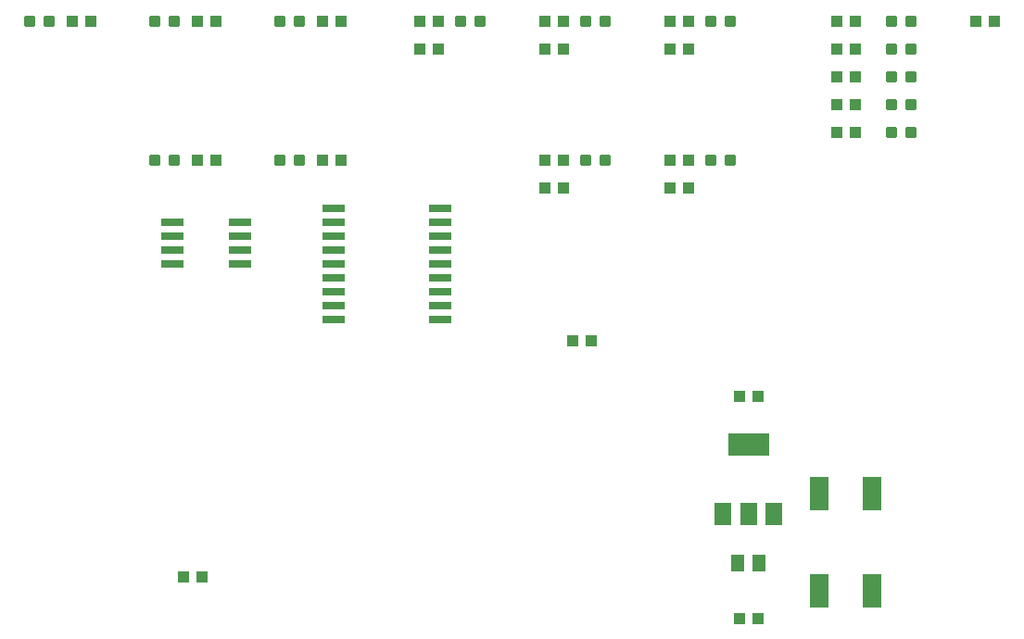
<source format=gbr>
G04 EAGLE Gerber RS-274X export*
G75*
%MOMM*%
%FSLAX34Y34*%
%LPD*%
%INSolderpaste Top*%
%IPPOS*%
%AMOC8*
5,1,8,0,0,1.08239X$1,22.5*%
G01*
%ADD10R,1.100000X1.000000*%
%ADD11R,1.300000X1.500000*%
%ADD12C,0.300000*%
%ADD13R,1.730000X3.050000*%
%ADD14R,1.500000X2.000000*%
%ADD15R,3.800000X2.000000*%
%ADD16R,1.000000X1.100000*%
%ADD17R,2.032000X0.660400*%


D10*
X588400Y330200D03*
X605400Y330200D03*
X757800Y76200D03*
X740800Y76200D03*
X232800Y114300D03*
X249800Y114300D03*
D11*
X758800Y127000D03*
X739800Y127000D03*
D10*
X740800Y279400D03*
X757800Y279400D03*
D12*
X221170Y618800D02*
X221170Y625800D01*
X228170Y625800D01*
X228170Y618800D01*
X221170Y618800D01*
X221170Y621650D02*
X228170Y621650D01*
X228170Y624500D02*
X221170Y624500D01*
X203630Y625800D02*
X203630Y618800D01*
X203630Y625800D02*
X210630Y625800D01*
X210630Y618800D01*
X203630Y618800D01*
X203630Y621650D02*
X210630Y621650D01*
X210630Y624500D02*
X203630Y624500D01*
X335470Y625800D02*
X335470Y618800D01*
X335470Y625800D02*
X342470Y625800D01*
X342470Y618800D01*
X335470Y618800D01*
X335470Y621650D02*
X342470Y621650D01*
X342470Y624500D02*
X335470Y624500D01*
X317930Y625800D02*
X317930Y618800D01*
X317930Y625800D02*
X324930Y625800D01*
X324930Y618800D01*
X317930Y618800D01*
X317930Y621650D02*
X324930Y621650D01*
X324930Y624500D02*
X317930Y624500D01*
X221170Y498800D02*
X221170Y491800D01*
X221170Y498800D02*
X228170Y498800D01*
X228170Y491800D01*
X221170Y491800D01*
X221170Y494650D02*
X228170Y494650D01*
X228170Y497500D02*
X221170Y497500D01*
X203630Y498800D02*
X203630Y491800D01*
X203630Y498800D02*
X210630Y498800D01*
X210630Y491800D01*
X203630Y491800D01*
X203630Y494650D02*
X210630Y494650D01*
X210630Y497500D02*
X203630Y497500D01*
X106870Y618800D02*
X106870Y625800D01*
X113870Y625800D01*
X113870Y618800D01*
X106870Y618800D01*
X106870Y621650D02*
X113870Y621650D01*
X113870Y624500D02*
X106870Y624500D01*
X89330Y625800D02*
X89330Y618800D01*
X89330Y625800D02*
X96330Y625800D01*
X96330Y618800D01*
X89330Y618800D01*
X89330Y621650D02*
X96330Y621650D01*
X96330Y624500D02*
X89330Y624500D01*
X335470Y498800D02*
X335470Y491800D01*
X335470Y498800D02*
X342470Y498800D01*
X342470Y491800D01*
X335470Y491800D01*
X335470Y494650D02*
X342470Y494650D01*
X342470Y497500D02*
X335470Y497500D01*
X317930Y498800D02*
X317930Y491800D01*
X317930Y498800D02*
X324930Y498800D01*
X324930Y491800D01*
X317930Y491800D01*
X317930Y494650D02*
X324930Y494650D01*
X324930Y497500D02*
X317930Y497500D01*
X614870Y618800D02*
X614870Y625800D01*
X621870Y625800D01*
X621870Y618800D01*
X614870Y618800D01*
X614870Y621650D02*
X621870Y621650D01*
X621870Y624500D02*
X614870Y624500D01*
X597330Y625800D02*
X597330Y618800D01*
X597330Y625800D02*
X604330Y625800D01*
X604330Y618800D01*
X597330Y618800D01*
X597330Y621650D02*
X604330Y621650D01*
X604330Y624500D02*
X597330Y624500D01*
X729170Y625800D02*
X729170Y618800D01*
X729170Y625800D02*
X736170Y625800D01*
X736170Y618800D01*
X729170Y618800D01*
X729170Y621650D02*
X736170Y621650D01*
X736170Y624500D02*
X729170Y624500D01*
X711630Y625800D02*
X711630Y618800D01*
X711630Y625800D02*
X718630Y625800D01*
X718630Y618800D01*
X711630Y618800D01*
X711630Y621650D02*
X718630Y621650D01*
X718630Y624500D02*
X711630Y624500D01*
X614870Y498800D02*
X614870Y491800D01*
X614870Y498800D02*
X621870Y498800D01*
X621870Y491800D01*
X614870Y491800D01*
X614870Y494650D02*
X621870Y494650D01*
X621870Y497500D02*
X614870Y497500D01*
X597330Y498800D02*
X597330Y491800D01*
X597330Y498800D02*
X604330Y498800D01*
X604330Y491800D01*
X597330Y491800D01*
X597330Y494650D02*
X604330Y494650D01*
X604330Y497500D02*
X597330Y497500D01*
X500570Y618800D02*
X500570Y625800D01*
X507570Y625800D01*
X507570Y618800D01*
X500570Y618800D01*
X500570Y621650D02*
X507570Y621650D01*
X507570Y624500D02*
X500570Y624500D01*
X483030Y625800D02*
X483030Y618800D01*
X483030Y625800D02*
X490030Y625800D01*
X490030Y618800D01*
X483030Y618800D01*
X483030Y621650D02*
X490030Y621650D01*
X490030Y624500D02*
X483030Y624500D01*
X729170Y498800D02*
X729170Y491800D01*
X729170Y498800D02*
X736170Y498800D01*
X736170Y491800D01*
X729170Y491800D01*
X729170Y494650D02*
X736170Y494650D01*
X736170Y497500D02*
X729170Y497500D01*
X711630Y498800D02*
X711630Y491800D01*
X711630Y498800D02*
X718630Y498800D01*
X718630Y491800D01*
X711630Y491800D01*
X711630Y494650D02*
X718630Y494650D01*
X718630Y497500D02*
X711630Y497500D01*
X883730Y618800D02*
X883730Y625800D01*
X883730Y618800D02*
X876730Y618800D01*
X876730Y625800D01*
X883730Y625800D01*
X883730Y621650D02*
X876730Y621650D01*
X876730Y624500D02*
X883730Y624500D01*
X901270Y625800D02*
X901270Y618800D01*
X894270Y618800D01*
X894270Y625800D01*
X901270Y625800D01*
X901270Y621650D02*
X894270Y621650D01*
X894270Y624500D02*
X901270Y624500D01*
X883730Y600400D02*
X883730Y593400D01*
X876730Y593400D01*
X876730Y600400D01*
X883730Y600400D01*
X883730Y596250D02*
X876730Y596250D01*
X876730Y599100D02*
X883730Y599100D01*
X901270Y600400D02*
X901270Y593400D01*
X894270Y593400D01*
X894270Y600400D01*
X901270Y600400D01*
X901270Y596250D02*
X894270Y596250D01*
X894270Y599100D02*
X901270Y599100D01*
X883730Y575000D02*
X883730Y568000D01*
X876730Y568000D01*
X876730Y575000D01*
X883730Y575000D01*
X883730Y570850D02*
X876730Y570850D01*
X876730Y573700D02*
X883730Y573700D01*
X901270Y575000D02*
X901270Y568000D01*
X894270Y568000D01*
X894270Y575000D01*
X901270Y575000D01*
X901270Y570850D02*
X894270Y570850D01*
X894270Y573700D02*
X901270Y573700D01*
X883730Y549600D02*
X883730Y542600D01*
X876730Y542600D01*
X876730Y549600D01*
X883730Y549600D01*
X883730Y545450D02*
X876730Y545450D01*
X876730Y548300D02*
X883730Y548300D01*
X901270Y549600D02*
X901270Y542600D01*
X894270Y542600D01*
X894270Y549600D01*
X901270Y549600D01*
X901270Y545450D02*
X894270Y545450D01*
X894270Y548300D02*
X901270Y548300D01*
D13*
X862350Y190500D03*
X814050Y190500D03*
X862350Y101600D03*
X814050Y101600D03*
D14*
X726300Y171700D03*
X749300Y171700D03*
X772300Y171700D03*
D15*
X749300Y234700D03*
D16*
X245500Y622300D03*
X262500Y622300D03*
X359800Y622300D03*
X376800Y622300D03*
X245500Y495300D03*
X262500Y495300D03*
X359800Y495300D03*
X376800Y495300D03*
X131200Y622300D03*
X148200Y622300D03*
X846700Y622300D03*
X829700Y622300D03*
X846700Y596900D03*
X829700Y596900D03*
X846700Y571500D03*
X829700Y571500D03*
X448700Y622300D03*
X465700Y622300D03*
X677300Y495300D03*
X694300Y495300D03*
X563000Y495300D03*
X580000Y495300D03*
X677300Y622300D03*
X694300Y622300D03*
X563000Y622300D03*
X580000Y622300D03*
X846700Y546100D03*
X829700Y546100D03*
X563000Y596900D03*
X580000Y596900D03*
X677300Y596900D03*
X694300Y596900D03*
X563000Y469900D03*
X580000Y469900D03*
X677300Y469900D03*
X694300Y469900D03*
X448700Y596900D03*
X465700Y596900D03*
D17*
X468122Y349250D03*
X468122Y361950D03*
X468122Y374650D03*
X468122Y387350D03*
X468122Y400050D03*
X468122Y412750D03*
X468122Y425450D03*
X468122Y438150D03*
X370078Y438150D03*
X370078Y425450D03*
X370078Y412750D03*
X370078Y400050D03*
X370078Y387350D03*
X370078Y374650D03*
X370078Y361950D03*
X370078Y349250D03*
X468122Y450850D03*
X370078Y450850D03*
D16*
X829700Y520700D03*
X846700Y520700D03*
D12*
X883730Y524200D02*
X883730Y517200D01*
X876730Y517200D01*
X876730Y524200D01*
X883730Y524200D01*
X883730Y520050D02*
X876730Y520050D01*
X876730Y522900D02*
X883730Y522900D01*
X901270Y524200D02*
X901270Y517200D01*
X894270Y517200D01*
X894270Y524200D01*
X901270Y524200D01*
X901270Y520050D02*
X894270Y520050D01*
X894270Y522900D02*
X901270Y522900D01*
D16*
X956700Y622300D03*
X973700Y622300D03*
D17*
X284734Y400050D03*
X223266Y400050D03*
X284734Y412750D03*
X284734Y425450D03*
X223266Y412750D03*
X223266Y425450D03*
X284734Y438150D03*
X223266Y438150D03*
M02*

</source>
